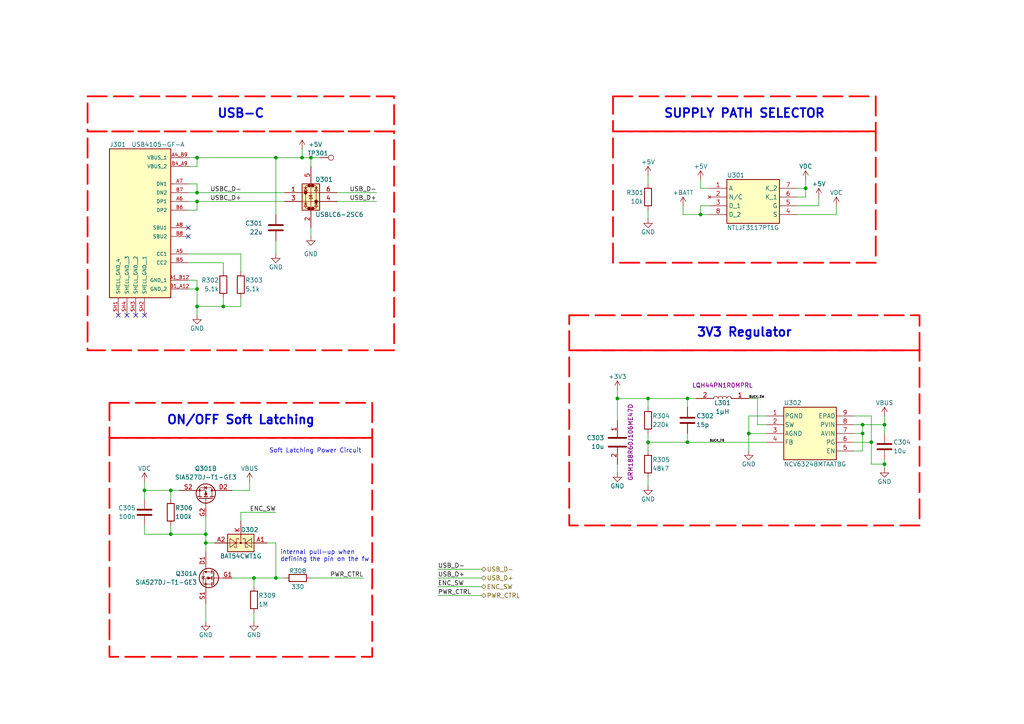
<source format=kicad_sch>
(kicad_sch (version 20231120) (generator "eeschema") (generator_version "8.0")
  (paper "A4")
  (title_block (title "Supply") (date "2024-04-09") (company "MQuero"))
  (lib_symbols
    (symbol "Connector:TestPoint" (pin_numbers hide) (pin_names (offset 0.762) hide)
      (property "Reference" "TP" (at 0 6.858 0))
      (property "Value" "TestPoint" (at 0 5.08 0))
      (symbol "TestPoint_0_1"
        (circle (center 0 3.302) (radius 0.762))
      )
      (symbol "TestPoint_1_1"
        (pin passive line (at 0 0 90) (length 2.54) (name "1") (number "1"))
      )
    )
    (symbol "Device:C" (pin_numbers hide) (pin_names (offset 0.254))
      (property "Reference" "C" (at 0.635 2.54 0))
      (property "Value" "C" (at 0.635 -2.54 0))
      (symbol "C_0_1"
        (polyline (pts (xy -2.032 -0.762) (xy 2.032 -0.762)) (stroke (width 0.508)))
        (polyline (pts (xy -2.032 0.762) (xy 2.032 0.762)) (stroke (width 0.508)))
      )
      (symbol "C_1_1"
        (pin passive line (at 0 3.81 270) (length 2.794) (name "~") (number "1"))
        (pin passive line (at 0 -3.81 90) (length 2.794) (name "~") (number "2"))
      )
    )
    (symbol "Device:R" (pin_numbers hide) (pin_names (offset 0))
      (property "Reference" "R" (at 2.032 0 90))
      (property "Value" "R" (at 0 0 90))
      (symbol "R_0_1"
        (rectangle (start -1.016 -2.54) (end 1.016 2.54) (stroke (width 0.254)))
      )
      (symbol "R_1_1"
        (pin passive line (at 0 3.81 270) (length 1.27) (name "~") (number "1"))
        (pin passive line (at 0 -3.81 90) (length 1.27) (name "~") (number "2"))
      )
    )
    (symbol "TFG:BAT54CWT1G"
      (property "Reference" "D" (at 0 1.27 0))
      (property "Value" "BAT54CWT1G" (at 3.81 -6.35 0))
      (symbol "BAT54CWT1G_0_1"
        (polyline (pts (xy 1.905 -2.54) (xy 5.715 -2.54)))
        (polyline (pts (xy 1.905 -1.27) (xy 1.905 -1.524)))
        (polyline (pts (xy 2.54 -3.81) (xy 3.175 -3.81)))
        (polyline (pts (xy 2.54 -2.54) (xy 0 -2.54)))
        (polyline (pts (xy 2.54 -1.27) (xy 1.905 -1.27)))
        (polyline (pts (xy 2.54 -1.27) (xy 2.54 -3.81)))
        (polyline (pts (xy 3.175 -3.81) (xy 3.175 -3.556)))
        (polyline (pts (xy 3.81 -2.54) (xy 3.81 -3.81)))
        (polyline (pts (xy 4.445 -3.81) (xy 4.445 -3.556)))
        (polyline (pts (xy 5.08 -3.81) (xy 4.445 -3.81)))
        (polyline (pts (xy 5.08 -1.27) (xy 5.08 -3.81)))
        (polyline (pts (xy 5.08 -1.27) (xy 5.715 -1.27)))
        (polyline (pts (xy 5.715 -1.27) (xy 5.715 -1.524)))
        (polyline (pts (xy 7.62 -2.54) (xy 5.08 -2.54)))
        (polyline (pts (xy 0.635 -3.81) (xy 0.635 -1.27) (xy 2.54 -2.54) (xy 0.635 -3.81)))
        (polyline (pts (xy 6.985 -3.81) (xy 6.985 -1.27) (xy 5.08 -2.54) (xy 6.985 -3.81)))
        (rectangle (start 0 0) (end 7.62 -5.08) (stroke (width 0.254)) (fill (type background)))
        (circle (center 3.81 -2.54) (radius 0.254) (fill (type outline)))
      )
      (symbol "BAT54CWT1G_1_1"
        (pin unspecified line (at -3.81 -2.54 0) (length 3.81) (name "~") (number "A1"))
        (pin unspecified line (at 11.43 -2.54 180) (length 3.81) (name "~") (number "A2"))
        (pin unspecified line (at 3.81 -8.89 90) (length 5.08) (name "~") (number "K"))
      )
    )
    (symbol "TFG:GRM188R60J106ME47D"
      (property "Reference" "C" (at 3.81 1.27 0))
      (property "Value" "10u" (at 3.81 -1.27 0))
      (property "Part Number" "GRM188R60J106ME47D" (at -3.81 0 90))
      (symbol "GRM188R60J106ME47D_0_1"
        (polyline (pts (xy -2.54 -1.27) (xy 2.54 -1.27)) (stroke (width 0.508)))
        (polyline (pts (xy -2.54 1.27) (xy 2.54 1.27)) (stroke (width 0.508)))
      )
      (symbol "GRM188R60J106ME47D_1_1"
        (pin unspecified line (at 0 6.35 270) (length 5.08) (name "~") (number "1"))
        (pin unspecified line (at 0 -6.35 90) (length 5.08) (name "~") (number "2"))
      )
    )
    (symbol "TFG:LQH44PN1R0MPRL" (pin_names (offset 0.254))
      (property "Reference" "L" (at 2.54 1.27 0))
      (property "Value" "1µH" (at 2.54 -1.27 0))
      (property "Part Number" "LQH44PN1R0MPRL" (at -3.81 0 90))
      (symbol "LQH44PN1R0MPRL_0_1"
        (arc (start 0 -2.54) (mid 0.6323 -1.905) (end 0 -1.27))
        (arc (start 0 -1.27) (mid 0.6323 -0.635) (end 0 0))
        (arc (start 0 0) (mid 0.6323 0.635) (end 0 1.27))
        (arc (start 0 1.27) (mid 0.6323 1.905) (end 0 2.54))
      )
      (symbol "LQH44PN1R0MPRL_1_1"
        (pin unspecified line (at 0 7.62 270) (length 5.08) (name "~") (number "1"))
        (pin unspecified line (at 0 -7.62 90) (length 5.08) (name "~") (number "2"))
      )
      (symbol "LQH44PN1R0MPRL_1_2"
        (arc (start -1.27 5.08) (mid -2.5345 3.81) (end -1.27 2.54) (stroke (width 0.2032)))
        (arc (start -1.27 7.62) (mid -2.5345 6.35) (end -1.27 5.08) (stroke (width 0.2032)))
        (arc (start -1.27 10.16) (mid -2.5345 8.89) (end -1.27 7.62) (stroke (width 0.2032)))
        (arc (start -1.27 12.7) (mid -2.5345 11.43) (end -1.27 10.16) (stroke (width 0.2032)))
        (polyline (pts (xy 0 2.54) (xy -1.27 2.54)) (stroke (width 0.2032)))
        (polyline (pts (xy 0 5.08) (xy -1.27 5.08)) (stroke (width 0.2032)))
        (polyline (pts (xy 0 7.62) (xy -1.27 7.62)) (stroke (width 0.2032)))
        (polyline (pts (xy 0 10.16) (xy -1.27 10.16)) (stroke (width 0.2032)))
        (polyline (pts (xy 0 12.7) (xy -1.27 12.7)) (stroke (width 0.2032)))
        (pin unspecified line (at 0 0 90) (length 2.54) (name "1") (number "1"))
        (pin unspecified line (at 0 15.24 270) (length 2.54) (name "2") (number "2"))
      )
    )
    (symbol "TFG:NCV6324BMTAATBG" (pin_names (offset 0.254))
      (property "Reference" "U" (at 0 1.27 0))
      (property "Value" "NCV6324BMTAATBG" (at 0 -16.51 0))
      (symbol "NCV6324BMTAATBG_0_1"
        (pin unspecified line (at -5.08 -2.54 0) (length 5.08) (name "PGND") (number "1"))
        (pin unspecified line (at -5.08 -5.08 0) (length 5.08) (name "SW") (number "2"))
        (pin unspecified line (at -5.08 -7.62 0) (length 5.08) (name "AGND") (number "3"))
        (pin unspecified line (at -5.08 -10.16 0) (length 5.08) (name "FB") (number "4"))
        (pin unspecified line (at 20.32 -12.7 180) (length 5.08) (name "EN") (number "5"))
        (pin unspecified line (at 20.32 -10.16 180) (length 5.08) (name "PG") (number "6"))
        (pin unspecified line (at 20.32 -7.62 180) (length 5.08) (name "AVIN") (number "7"))
        (pin unspecified line (at 20.32 -5.08 180) (length 5.08) (name "PVIN") (number "8"))
      )
      (symbol "NCV6324BMTAATBG_1_1"
        (rectangle (start 0 0) (end 15.24 -15.24) (stroke (width 0.254)) (fill (type background)))
        (pin unspecified line (at 20.32 -2.54 180) (length 5.08) (name "EPAD") (number "9"))
      )
    )
    (symbol "TFG:NTLJF3117PT1G"
      (property "Reference" "U" (at 0 1.27 0))
      (property "Value" "NTLJF3117PT1G" (at 0 -13.97 0))
      (symbol "NTLJF3117PT1G_1_1"
        (rectangle (start 0 0) (end 15.24 -12.7) (stroke (width 0.254)) (fill (type background)))
        (pin unspecified line (at -5.08 -2.54 0) (length 5.08) (name "A") (number "1"))
        (pin no_connect line (at -5.08 -5.08 0) (length 5.08) (name "N/C") (number "2"))
        (pin unspecified line (at -5.08 -7.62 0) (length 5.08) (name "D_1") (number "3"))
        (pin unspecified line (at 20.32 -10.16 180) (length 5.08) (name "S") (number "4"))
        (pin unspecified line (at 20.32 -7.62 180) (length 5.08) (name "G") (number "5"))
        (pin unspecified line (at 20.32 -5.08 180) (length 5.08) (name "K_1") (number "6"))
        (pin unspecified line (at 20.32 -2.54 180) (length 5.08) (name "K_2") (number "7"))
        (pin unspecified line (at -5.08 -10.16 0) (length 5.08) (name "D_2") (number "8"))
      )
    )
    (symbol "TFG:SIA527DJ-T1-GE3"
      (property "Reference" "Q" (at 3.81 1.27 0))
      (property "Value" "SIA527DJ-T1-GE3" (at 3.81 -1.27 0))
      (symbol "SIA527DJ-T1-GE3_1_1"
        (polyline (pts (xy -3.81 0) (xy -1.016 0)))
        (polyline (pts (xy -1.016 1.905) (xy -1.016 -1.905)) (stroke (width 0.254)))
        (polyline (pts (xy -0.508 -1.27) (xy -0.508 -2.286)) (stroke (width 0.254)))
        (polyline (pts (xy -0.508 0.508) (xy -0.508 -0.508)) (stroke (width 0.254)))
        (polyline (pts (xy -0.508 2.286) (xy -0.508 1.27)) (stroke (width 0.254)))
        (polyline (pts (xy 1.27 -2.54) (xy 1.27 0) (xy -0.508 0)))
        (polyline (pts (xy -0.508 -1.778) (xy 2.032 -1.778) (xy 2.032 1.778) (xy -0.508 1.778)))
        (polyline (pts (xy -0.254 0) (xy 0.762 0.381) (xy 0.762 -0.381) (xy -0.254 0)) (fill (type outline)))
        (polyline (pts (xy 1.524 0.508) (xy 1.651 0.381) (xy 2.413 0.381) (xy 2.54 0.254)))
        (polyline (pts (xy 2.032 0.381) (xy 1.651 -0.254) (xy 2.413 -0.254) (xy 2.032 0.381)))
        (circle (center 0.381 0) (radius 2.794) (stroke (width 0.254)))
        (circle (center 1.27 -1.778) (radius 0.254) (fill (type outline)))
        (circle (center 1.27 1.778) (radius 0.254) (fill (type outline)))
        (pin unspecified line (at 1.27 7.62 270) (length 5.08) (name "~") (number "D1"))
        (pin unspecified line (at -6.35 0 0) (length 2.54) (name "~") (number "G1"))
        (pin unspecified line (at 1.27 -7.62 90) (length 5.08) (name "~") (number "S1"))
      )
      (symbol "SIA527DJ-T1-GE3_2_1"
        (polyline (pts (xy -1.016 -1.905) (xy -1.016 1.905)) (stroke (width 0.254)))
        (polyline (pts (xy -1.016 0) (xy -3.81 0)))
        (polyline (pts (xy -0.508 -2.286) (xy -0.508 -1.27)) (stroke (width 0.254)))
        (polyline (pts (xy -0.508 -0.508) (xy -0.508 0.508)) (stroke (width 0.254)))
        (polyline (pts (xy -0.508 1.27) (xy -0.508 2.286)) (stroke (width 0.254)))
        (polyline (pts (xy 1.27 -2.54) (xy 1.27 -1.778)))
        (polyline (pts (xy 1.27 2.54) (xy 1.27 0) (xy -0.508 0)))
        (polyline (pts (xy -0.508 -1.778) (xy 2.032 -1.778) (xy 2.032 1.778) (xy -0.508 1.778)))
        (polyline (pts (xy 1.016 0) (xy 0 -0.381) (xy 0 0.381) (xy 1.016 0)) (fill (type outline)))
        (polyline (pts (xy 1.524 0.508) (xy 1.651 0.381) (xy 2.413 0.381) (xy 2.54 0.254)))
        (polyline (pts (xy 2.032 0.381) (xy 1.651 -0.254) (xy 2.413 -0.254) (xy 2.032 0.381)))
        (circle (center 0.381 0) (radius 2.794) (stroke (width 0.254)))
        (circle (center 1.27 -1.778) (radius 0.254) (fill (type outline)))
        (circle (center 1.27 1.778) (radius 0.254) (fill (type outline)))
        (pin unspecified line (at 1.27 -7.62 90) (length 5.08) (name "~") (number "D2"))
        (pin unspecified line (at -6.35 0 0) (length 2.54) (name "~") (number "G2"))
        (pin unspecified line (at 1.27 7.62 270) (length 5.08) (name "~") (number "S2"))
      )
    )
    (symbol "TFG:USB4105-GF-A" (pin_names (offset 1.016))
      (property "Reference" "J" (at 0 1.27 0))
      (property "Value" "USB4105-GF-A" (at 11.43 -44.45 0))
      (symbol "USB4105-GF-A_0_0"
        (rectangle (start 0 0) (end 17.78 -43.18) (stroke (width 0.254)) (fill (type background)))
        (pin unspecified line (at 22.86 -30.48 180) (length 5.08) (name "CC1") (number "A5"))
        (pin unspecified line (at 22.86 -15.24 180) (length 5.08) (name "DP1") (number "A6"))
        (pin unspecified line (at 22.86 -10.16 180) (length 5.08) (name "DN1") (number "A7"))
        (pin unspecified line (at 22.86 -22.86 180) (length 5.08) (name "SBU1") (number "A8"))
        (pin unspecified line (at 22.86 -33.02 180) (length 5.08) (name "CC2") (number "B5"))
        (pin unspecified line (at 22.86 -17.78 180) (length 5.08) (name "DP2") (number "B6"))
        (pin unspecified line (at 22.86 -12.7 180) (length 5.08) (name "DN2") (number "B7"))
        (pin unspecified line (at 22.86 -25.4 180) (length 5.08) (name "SBU2") (number "B8"))
        (pin unspecified line (at 10.16 -48.26 90) (length 5.08) (name "SHELL_GND__1") (number "SH2"))
        (pin unspecified line (at 7.62 -48.26 90) (length 5.08) (name "SHELL_GND__2") (number "SH3"))
        (pin unspecified line (at 5.08 -48.26 90) (length 5.08) (name "SHELL_GND__3") (number "SH4"))
      )
      (symbol "USB4105-GF-A_1_0"
        (pin unspecified line (at 22.86 -38.1 180) (length 5.08) (name "GND_1") (number "A1_B12"))
        (pin unspecified line (at 22.86 -2.54 180) (length 5.08) (name "VBUS_1") (number "A4_B9"))
        (pin unspecified line (at 22.86 -40.64 180) (length 5.08) (name "GND_2") (number "B1_A12"))
        (pin unspecified line (at 22.86 -5.08 180) (length 5.08) (name "VBUS_2") (number "B4_A9"))
        (pin unspecified line (at 2.54 -48.26 90) (length 5.08) (name "SHELL_GND_4") (number "SH1"))
      )
    )
    (symbol "TFG:USBLC6-2SC6"
      (property "Reference" "D" (at 3.81 1.27 0))
      (property "Value" "USBLC6-2SC6" (at 3.81 -8.89 0))
      (symbol "USBLC6-2SC6_0_0"
        (circle (center 1.016 -2.54) (radius 0.0001) (stroke (width 0.508)))
        (circle (center 2.032 -7.112) (radius 0.0001) (stroke (width 0.508)))
        (circle (center 2.032 -0.508) (radius 0.0001) (stroke (width 0.508)))
        (circle (center 3.048 -7.112) (radius 0.0001) (stroke (width 0.508)))
        (circle (center 3.048 -0.508) (radius 0.0001) (stroke (width 0.508)))
        (circle (center 4.064 -5.08) (radius 0.0001) (stroke (width 0.508)))
      )
      (symbol "USBLC6-2SC6_0_1"
        (polyline (pts (xy 0 -5.08) (xy 5.08 -5.08)))
        (polyline (pts (xy 0 -2.54) (xy 5.08 -2.54)))
        (polyline (pts (xy 0.508 -5.588) (xy 1.524 -5.588)))
        (polyline (pts (xy 1.524 -1.016) (xy 0.508 -1.016)))
        (polyline (pts (xy 3.556 -5.588) (xy 4.572 -5.588)))
        (polyline (pts (xy 3.556 -1.016) (xy 4.572 -1.016)))
        (polyline (pts (xy 2.032 -3.683) (xy 2.032 -3.302) (xy 3.048 -3.302)))
        (polyline (pts (xy 0.508 -2.032) (xy 1.524 -2.032) (xy 1.016 -1.016) (xy 0.508 -2.032)))
        (polyline (pts (xy 1.524 -6.604) (xy 0.508 -6.604) (xy 1.016 -5.588) (xy 1.524 -6.604)))
        (polyline (pts (xy 3.048 -4.318) (xy 2.032 -4.318) (xy 2.54 -3.302) (xy 3.048 -4.318)))
        (polyline (pts (xy 4.572 -6.604) (xy 3.556 -6.604) (xy 4.064 -5.588) (xy 4.572 -6.604)))
        (polyline (pts (xy 4.572 -2.032) (xy 3.556 -2.032) (xy 4.064 -1.016) (xy 4.572 -2.032)))
        (polyline (pts (xy 2.54 0) (xy 2.032 -0.508) (xy 3.048 -0.508) (xy 2.54 -1.016) (xy 2.54 -6.604) (xy 2.032 -7.112) (xy 3.048 -7.112) (xy 2.54 -7.62)))
      )
      (symbol "USBLC6-2SC6_1_1"
        (polyline (pts (xy 2.032 -0.508) (xy 1.016 -0.508) (xy 1.016 -7.112) (xy 2.032 -7.112)))
        (polyline (pts (xy 3.048 -7.112) (xy 4.064 -7.112) (xy 4.064 -0.508) (xy 3.048 -0.508)))
        (rectangle (start 0 0) (end 5.08 -7.62) (stroke (width 0.254)) (fill (type background)))
        (pin unspecified line (at -5.08 -2.54 0) (length 5.08) (name "~") (number "1"))
        (pin unspecified line (at 2.54 -12.7 90) (length 5.08) (name "~") (number "2"))
        (pin unspecified line (at -5.08 -5.08 0) (length 5.08) (name "~") (number "3"))
        (pin unspecified line (at 10.16 -5.08 180) (length 5.08) (name "~") (number "4"))
        (pin unspecified line (at 2.54 5.08 270) (length 5.08) (name "~") (number "5"))
        (pin unspecified line (at 10.16 -2.54 180) (length 5.08) (name "~") (number "6"))
      )
    )
    (symbol "power:+3V3" (power) (pin_numbers hide) (pin_names (offset 0) hide)
      (property "Value" "+3V3" (at 0 3.556 0))
      (symbol "+3V3_0_1"
        (polyline (pts (xy -0.762 1.27) (xy 0 2.54)))
        (polyline (pts (xy 0 0) (xy 0 2.54)))
        (polyline (pts (xy 0 2.54) (xy 0.762 1.27)))
      )
      (symbol "+3V3_1_1"
        (pin power_in line (at 0 0 90) (length 0) (name "~") (number "1"))
      )
    )
    (symbol "power:+5V" (power) (pin_numbers hide) (pin_names (offset 0) hide)
      (property "Value" "+5V" (at 0 3.556 0))
      (symbol "+5V_0_1"
        (polyline (pts (xy -0.762 1.27) (xy 0 2.54)))
        (polyline (pts (xy 0 0) (xy 0 2.54)))
        (polyline (pts (xy 0 2.54) (xy 0.762 1.27)))
      )
      (symbol "+5V_1_1"
        (pin power_in line (at 0 0 90) (length 0) (name "~") (number "1"))
      )
    )
    (symbol "power:+BATT" (power) (pin_numbers hide) (pin_names (offset 0) hide)
      (property "Value" "+BATT" (at 0 3.556 0))
      (symbol "+BATT_0_1"
        (polyline (pts (xy -0.762 1.27) (xy 0 2.54)))
        (polyline (pts (xy 0 0) (xy 0 2.54)))
        (polyline (pts (xy 0 2.54) (xy 0.762 1.27)))
      )
      (symbol "+BATT_1_1"
        (pin power_in line (at 0 0 90) (length 0) (name "~") (number "1"))
      )
    )
    (symbol "power:GND" (power) (pin_numbers hide) (pin_names (offset 0) hide)
      (property "Value" "GND" (at 0 -3.81 0))
      (symbol "GND_0_1"
        (polyline (pts (xy 0 0) (xy 0 -1.27) (xy 1.27 -1.27) (xy 0 -2.54) (xy -1.27 -1.27) (xy 0 -1.27)))
      )
      (symbol "GND_1_1"
        (pin power_in line (at 0 0 270) (length 0) (name "~") (number "1"))
      )
    )
    (symbol "power:VBUS" (power) (pin_numbers hide) (pin_names (offset 0) hide)
      (property "Value" "VBUS" (at 0 3.556 0))
      (symbol "VBUS_0_1"
        (polyline (pts (xy -0.762 1.27) (xy 0 2.54)))
        (polyline (pts (xy 0 0) (xy 0 2.54)))
        (polyline (pts (xy 0 2.54) (xy 0.762 1.27)))
      )
      (symbol "VBUS_1_1"
        (pin power_in line (at 0 0 90) (length 0) (name "~") (number "1"))
      )
    )
    (symbol "power:VDC" (power) (pin_numbers hide) (pin_names (offset 0) hide)
      (property "Value" "VDC" (at 0 3.556 0))
      (symbol "VDC_0_1"
        (polyline (pts (xy -0.762 1.27) (xy 0 2.54)))
        (polyline (pts (xy 0 0) (xy 0 2.54)))
        (polyline (pts (xy 0 2.54) (xy 0.762 1.27)))
      )
      (symbol "VDC_1_1"
        (pin power_in line (at 0 0 90) (length 0) (name "~") (number "1"))
      )
    )
  )
  (junction (at 199.39 128.27))
  (junction (at 59.69 157.48))
  (junction (at 59.69 154.94))
  (junction (at 41.91 142.24))
  (junction (at 187.96 115.57))
  (junction (at 64.77 88.9))
  (junction (at 80.01 45.72))
  (junction (at 80.01 167.64))
  (junction (at 199.39 115.57))
  (junction (at 57.15 55.88))
  (junction (at 73.66 167.64))
  (junction (at 250.19 123.19))
  (junction (at 49.53 142.24))
  (junction (at 217.17 125.73))
  (junction (at 256.54 134.62))
  (junction (at 250.19 125.73))
  (junction (at 187.96 128.27))
  (junction (at 87.63 45.72))
  (junction (at 179.07 115.57))
  (junction (at 252.73 128.27))
  (junction (at 203.2 62.23))
  (junction (at 57.15 58.42))
  (junction (at 90.17 45.72))
  (junction (at 57.15 83.82))
  (junction (at 233.68 54.61))
  (junction (at 256.54 123.19))
  (junction (at 57.15 45.72))
  (junction (at 49.53 154.94))
  (junction (at 57.15 88.9))
  (no_connect (at 54.61 68.58))
  (no_connect (at 41.91 91.44))
  (no_connect (at 39.37 91.44))
  (no_connect (at 54.61 66.04))
  (no_connect (at 36.83 91.44))
  (no_connect (at 34.29 91.44))
  (wire (pts (xy 203.2 62.23) (xy 198.12 62.23)))
  (wire (pts (xy 187.96 50.8) (xy 187.96 53.34)))
  (wire (pts (xy 67.31 167.64) (xy 73.66 167.64)))
  (wire (pts (xy 219.71 115.57) (xy 217.17 115.57)))
  (wire (pts (xy 222.25 125.73) (xy 217.17 125.73)))
  (wire (pts (xy 247.65 120.65) (xy 252.73 120.65)))
  (wire (pts (xy 187.96 128.27) (xy 199.39 128.27)))
  (wire (pts (xy 90.17 45.72) (xy 92.71 45.72)))
  (wire (pts (xy 57.15 60.96) (xy 57.15 58.42)))
  (wire (pts (xy 59.69 175.26) (xy 59.69 180.34)))
  (wire (pts (xy 247.65 123.19) (xy 250.19 123.19)))
  (wire (pts (xy 41.91 144.78) (xy 41.91 142.24)))
  (wire (pts (xy 49.53 154.94) (xy 59.69 154.94)))
  (wire (pts (xy 54.61 73.66) (xy 69.85 73.66)))
  (wire (pts (xy 201.93 115.57) (xy 199.39 115.57)))
  (wire (pts (xy 72.39 139.7) (xy 72.39 142.24)))
  (wire (pts (xy 57.15 48.26) (xy 57.15 45.72)))
  (wire (pts (xy 80.01 157.48) (xy 80.01 167.64)))
  (wire (pts (xy 250.19 125.73) (xy 250.19 123.19)))
  (wire (pts (xy 205.74 62.23) (xy 203.2 62.23)))
  (wire (pts (xy 41.91 142.24) (xy 49.53 142.24)))
  (wire (pts (xy 77.47 157.48) (xy 80.01 157.48)))
  (wire (pts (xy 73.66 177.8) (xy 73.66 180.34)))
  (wire (pts (xy 217.17 125.73) (xy 217.17 130.81)))
  (wire (pts (xy 231.14 54.61) (xy 233.68 54.61)))
  (wire (pts (xy 64.77 88.9) (xy 64.77 86.36)))
  (wire (pts (xy 250.19 130.81) (xy 250.19 125.73)))
  (wire (pts (xy 127 170.18) (xy 139.7 170.18)))
  (wire (pts (xy 231.14 59.69) (xy 237.49 59.69)))
  (wire (pts (xy 247.65 125.73) (xy 250.19 125.73)))
  (wire (pts (xy 187.96 138.43) (xy 187.96 140.97)))
  (wire (pts (xy 49.53 142.24) (xy 49.53 144.78)))
  (wire (pts (xy 57.15 88.9) (xy 64.77 88.9)))
  (wire (pts (xy 52.07 142.24) (xy 49.53 142.24)))
  (wire (pts (xy 64.77 76.2) (xy 64.77 78.74)))
  (wire (pts (xy 69.85 148.59) (xy 80.01 148.59)))
  (wire (pts (xy 256.54 123.19) (xy 256.54 120.65)))
  (wire (pts (xy 67.31 142.24) (xy 72.39 142.24)))
  (wire (pts (xy 203.2 59.69) (xy 205.74 59.69)))
  (wire (pts (xy 80.01 73.66) (xy 80.01 69.85)))
  (wire (pts (xy 54.61 60.96) (xy 57.15 60.96)))
  (wire (pts (xy 199.39 115.57) (xy 199.39 118.11)))
  (wire (pts (xy 187.96 60.96) (xy 187.96 63.5)))
  (wire (pts (xy 82.55 167.64) (xy 80.01 167.64)))
  (wire (pts (xy 203.2 54.61) (xy 205.74 54.61)))
  (wire (pts (xy 73.66 167.64) (xy 80.01 167.64)))
  (wire (pts (xy 247.65 128.27) (xy 252.73 128.27)))
  (wire (pts (xy 219.71 123.19) (xy 219.71 115.57)))
  (wire (pts (xy 203.2 52.07) (xy 203.2 54.61)))
  (wire (pts (xy 59.69 157.48) (xy 62.23 157.48)))
  (wire (pts (xy 179.07 113.03) (xy 179.07 115.57)))
  (wire (pts (xy 87.63 45.72) (xy 87.63 43.18)))
  (wire (pts (xy 64.77 88.9) (xy 69.85 88.9)))
  (wire (pts (xy 252.73 128.27) (xy 252.73 134.62)))
  (wire (pts (xy 69.85 73.66) (xy 69.85 78.74)))
  (wire (pts (xy 222.25 120.65) (xy 217.17 120.65)))
  (wire (pts (xy 256.54 133.35) (xy 256.54 134.62)))
  (wire (pts (xy 90.17 167.64) (xy 105.41 167.64)))
  (wire (pts (xy 57.15 91.44) (xy 57.15 88.9)))
  (wire (pts (xy 54.61 58.42) (xy 57.15 58.42)))
  (wire (pts (xy 57.15 53.34) (xy 57.15 55.88)))
  (wire (pts (xy 49.53 154.94) (xy 49.53 152.4)))
  (wire (pts (xy 57.15 45.72) (xy 80.01 45.72)))
  (wire (pts (xy 256.54 123.19) (xy 250.19 123.19)))
  (wire (pts (xy 198.12 62.23) (xy 198.12 59.69)))
  (wire (pts (xy 54.61 83.82) (xy 57.15 83.82)))
  (wire (pts (xy 199.39 128.27) (xy 222.25 128.27)))
  (wire (pts (xy 59.69 154.94) (xy 59.69 157.48)))
  (wire (pts (xy 54.61 45.72) (xy 57.15 45.72)))
  (wire (pts (xy 73.66 167.64) (xy 73.66 170.18)))
  (wire (pts (xy 127 167.64) (xy 139.7 167.64)))
  (wire (pts (xy 252.73 120.65) (xy 252.73 128.27)))
  (wire (pts (xy 233.68 54.61) (xy 233.68 57.15)))
  (wire (pts (xy 54.61 48.26) (xy 57.15 48.26)))
  (wire (pts (xy 90.17 45.72) (xy 90.17 48.26)))
  (wire (pts (xy 222.25 123.19) (xy 219.71 123.19)))
  (wire (pts (xy 187.96 125.73) (xy 187.96 128.27)))
  (wire (pts (xy 179.07 121.92) (xy 179.07 115.57)))
  (wire (pts (xy 187.96 115.57) (xy 187.96 118.11)))
  (wire (pts (xy 41.91 152.4) (xy 41.91 154.94)))
  (wire (pts (xy 57.15 83.82) (xy 57.15 88.9)))
  (wire (pts (xy 199.39 125.73) (xy 199.39 128.27)))
  (wire (pts (xy 127 165.1) (xy 139.7 165.1)))
  (wire (pts (xy 54.61 81.28) (xy 57.15 81.28)))
  (wire (pts (xy 57.15 81.28) (xy 57.15 83.82)))
  (wire (pts (xy 242.57 62.23) (xy 242.57 59.69)))
  (wire (pts (xy 54.61 53.34) (xy 57.15 53.34)))
  (wire (pts (xy 217.17 120.65) (xy 217.17 125.73)))
  (wire (pts (xy 231.14 57.15) (xy 233.68 57.15)))
  (wire (pts (xy 80.01 45.72) (xy 80.01 62.23)))
  (wire (pts (xy 90.17 66.04) (xy 90.17 68.58)))
  (wire (pts (xy 237.49 59.69) (xy 237.49 57.15)))
  (wire (pts (xy 231.14 62.23) (xy 242.57 62.23)))
  (wire (pts (xy 127 172.72) (xy 139.7 172.72)))
  (wire (pts (xy 87.63 45.72) (xy 90.17 45.72)))
  (wire (pts (xy 69.85 88.9) (xy 69.85 86.36)))
  (wire (pts (xy 57.15 58.42) (xy 82.55 58.42)))
  (wire (pts (xy 187.96 128.27) (xy 187.96 130.81)))
  (wire (pts (xy 80.01 45.72) (xy 87.63 45.72)))
  (wire (pts (xy 179.07 115.57) (xy 187.96 115.57)))
  (wire (pts (xy 57.15 55.88) (xy 82.55 55.88)))
  (wire (pts (xy 59.69 157.48) (xy 59.69 160.02)))
  (wire (pts (xy 233.68 52.07) (xy 233.68 54.61)))
  (wire (pts (xy 247.65 130.81) (xy 250.19 130.81)))
  (wire (pts (xy 179.07 134.62) (xy 179.07 137.16)))
  (wire (pts (xy 252.73 134.62) (xy 256.54 134.62)))
  (wire (pts (xy 41.91 142.24) (xy 41.91 139.7)))
  (wire (pts (xy 54.61 76.2) (xy 64.77 76.2)))
  (wire (pts (xy 59.69 149.86) (xy 59.69 154.94)))
  (wire (pts (xy 256.54 134.62) (xy 256.54 135.89)))
  (wire (pts (xy 97.79 55.88) (xy 109.22 55.88)))
  (wire (pts (xy 97.79 58.42) (xy 109.22 58.42)))
  (wire (pts (xy 41.91 154.94) (xy 49.53 154.94)))
  (wire (pts (xy 54.61 55.88) (xy 57.15 55.88)))
  (wire (pts (xy 69.85 151.13) (xy 69.85 148.59)))
  (wire (pts (xy 256.54 123.19) (xy 256.54 125.73)))
  (wire (pts (xy 187.96 115.57) (xy 199.39 115.57)))
  (wire (pts (xy 203.2 62.23) (xy 203.2 59.69)))
  (rectangle (start 165.1 101.6) (end 266.7 152.4) (stroke (width 0.508) (type dash) (color 255 0 0 1)))
  (rectangle (start 25.4 27.94) (end 114.3 38.1) (stroke (width 0.508) (type dash) (color 255 0 0 1)))
  (rectangle (start 177.8 27.94) (end 254 38.1) (stroke (width 0.508) (type dash) (color 255 0 0 1)))
  (rectangle (start 31.75 127) (end 107.95 190.5) (stroke (width 0.508) (type dash) (color 255 0 0 1)))
  (rectangle (start 177.8 38.1) (end 254 76.2) (stroke (width 0.508) (type dash) (color 255 0 0 1)))
  (rectangle (start 31.75 116.84) (end 107.95 127) (stroke (width 0.508) (type dash) (color 255 0 0 1)))
  (rectangle (start 165.1 91.44) (end 266.7 101.6) (stroke (width 0.508) (type dash) (color 255 0 0 1)))
  (rectangle (start 25.4 38.1) (end 114.3 101.6) (stroke (width 0.508) (type dash) (color 255 0 0 1)))
  (text "internal pull-up when \ndefining the pin on the fw" (at 81.28 161.29 0) (effects (font (size 1.27 1.27)) (justify left)))
  (text "SUPPLY PATH SELECTOR" (at 215.9 33.02 0) (effects (font (size 2.54 2.54) (thickness 0.508) (bold yes))))
  (text "USB-C" (at 69.85 33.02 0) (effects (font (size 2.54 2.54) (thickness 0.508) (bold yes))))
  (text "Soft Latching Power Circuit" (at 91.44 130.81 0) (effects (font (size 1.27 1.27))))
  (text "3V3 Regulator" (at 215.9 96.52 0) (effects (font (size 2.54 2.54) (thickness 0.508) (bold yes))))
  (text "ON/OFF Soft Latching" (at 69.85 121.92 0) (effects (font (size 2.54 2.54) (thickness 0.508) (bold yes))))
  (label "BUCK_SW" (at 217.17 115.57 0) (effects (font (size 0.635 0.635))))
  (label "USBC_D-" (at 60.96 55.88 0))
  (label "PWR_CTRL" (at 105.41 167.64 180))
  (label "PWR_CTRL" (at 127 172.72 0))
  (label "USB_D+" (at 127 167.64 0))
  (label "USB_D-" (at 109.22 55.88 180))
  (label "USB_D-" (at 127 165.1 0))
  (label "BUCK_FB" (at 205.74 128.27 0) (effects (font (size 0.635 0.635))))
  (label "USB_D+" (at 109.22 58.42 180))
  (label "USBC_D+" (at 60.96 58.42 0))
  (label "ENC_SW" (at 80.01 148.59 180))
  (label "ENC_SW" (at 127 170.18 0))
  (hierarchical_label "USB_D-" (shape bidirectional) (at 139.7 165.1 0))
  (hierarchical_label "PWR_CTRL" (shape bidirectional) (at 139.7 172.72 0))
  (hierarchical_label "ENC_SW" (shape bidirectional) (at 139.7 170.18 0))
  (hierarchical_label "USB_D+" (shape bidirectional) (at 139.7 167.64 0))
  (symbol (lib_id "Device:C") (at 80.01 66.04 0) (mirror y) (unit 1)
    (property "Reference" "C301" (at 76.2 64.77 0) (effects (justify left)))
    (property "Value" "22u" (at 76.2 67.3099 0) (effects (justify left)))
    (property "Footprint" "Capacitor_SMD:C_0603_1608Metric" (effects (hide yes)))
    (property "Description" "Unpolarized capacitor" (effects (hide yes)))
  )
  (symbol (lib_id "power:+5V") (at 203.2 52.07 0) (unit 1)
    (property "Reference" "#PWR0303" (effects (hide yes)))
    (property "Value" "+5V" (at 203.2 48.26 0))
    (property "Description" "Power symbol creates a global label with name \"+5V\"" (effects (hide yes)))
  )
  (symbol (lib_id "TFG:NTLJF3117PT1G") (at 210.82 52.07 0) (unit 1)
    (property "Reference" "U301" (at 210.82 50.8 0) (effects (justify left)))
    (property "Value" "NTLJF3117PT1G" (at 210.82 66.04 0) (effects (justify left)))
    (property "Footprint" "TFG:NTLJF3117PT1G" (effects (hide yes)))
    (property "Datasheet" "http://www.onsemi.com/pub/Collateral/NTLJF3117P-D.PDF" (effects (hide yes)))
    (property "Description" "MOSFET P-CH 20V 2.3A 6WDFN" (effects (hide yes)))
    (property "MQ PN" "TFGQ001" (effects (hide yes)))
  )
  (symbol (lib_id "Device:R") (at 69.85 82.55 0) (unit 1)
    (property "Reference" "R303" (at 71.12 81.28 0) (effects (justify left)))
    (property "Value" "5.1k" (at 71.12 83.82 0) (effects (justify left)))
    (property "Footprint" "Resistor_SMD:R_0402_1005Metric" (effects (hide yes)))
    (property "Description" "Resistor" (effects (hide yes)))
  )
  (symbol (lib_id "power:+BATT") (at 198.12 59.69 0) (unit 1)
    (property "Reference" "#PWR0306" (effects (hide yes)))
    (property "Value" "+BATT" (at 198.12 55.88 0))
    (property "Description" "Power symbol creates a global label with name \"+BATT\"" (effects (hide yes)))
  )
  (symbol (lib_id "TFG:LQH44PN1R0MPRL") (at 209.55 115.57 270) (mirror x) (unit 1)
    (property "Reference" "L301" (at 209.55 116.84 90))
    (property "Value" "1µH" (at 209.55 119.38 90))
    (property "Footprint" "TFG:LQH44PN1R0MPRL" (effects (hide yes)))
    (property "Datasheet" "https://search.murata.co.jp/Ceramy/image/img/P02/JELF243A-0190.pdf" (effects (hide yes)))
    (property "Description" "FIXED IND 1.0UH 4300MA NONAUTO" (effects (hide yes)))
    (property "Part Number" "LQH44PN1R0MPRL" (at 209.55 111.76 90))
    (property "MQ PN" "TFGL001" (effects (hide yes)))
  )
  (symbol (lib_id "power:GND") (at 187.96 140.97 0) (unit 1)
    (property "Reference" "#PWR0320" (effects (hide yes)))
    (property "Value" "GND" (at 187.96 144.78 0))
    (property "Description" "Power symbol creates a global label with name \"GND\" , ground" (effects (hide yes)))
  )
  (symbol (lib_id "Device:C") (at 41.91 148.59 0) (unit 1)
    (property "Reference" "C305" (at 39.37 147.32 0) (effects (justify right)))
    (property "Value" "100n" (at 39.37 149.8599 0) (effects (justify right)))
    (property "Footprint" "Capacitor_SMD:C_0402_1005Metric" (effects (hide yes)))
    (property "Description" "Unpolarized capacitor" (effects (hide yes)))
  )
  (symbol (lib_id "TFG:BAT54CWT1G") (at 73.66 160.02 180) (unit 1)
    (property "Reference" "D302" (at 69.85 153.67 0) (effects (justify right)))
    (property "Value" "BAT54CWT1G" (at 69.85 161.29 0))
    (property "Footprint" "TFG:BAT54CWT1G" (effects (hide yes)))
    (property "Datasheet" "https://www.onsemi.com/pdf/datasheet/bat54cwt1-d.pdf" (effects (hide yes)))
    (property "Description" "DIODE ARR SCHOT 30V 200MA SC70-3" (effects (hide yes)))
    (property "MQ PN" "TFGD005" (effects (hide yes)))
  )
  (symbol (lib_id "Device:R") (at 187.96 57.15 0) (mirror y) (unit 1)
    (property "Reference" "R301" (at 181.61 55.88 0) (effects (justify right)))
    (property "Value" "10k" (at 182.88 58.42 0) (effects (justify right)))
    (property "Footprint" "Resistor_SMD:R_0402_1005Metric" (effects (hide yes)))
    (property "Description" "Resistor" (effects (hide yes)))
  )
  (symbol (lib_id "power:+5V") (at 237.49 57.15 0) (unit 1)
    (property "Reference" "#PWR0305" (effects (hide yes)))
    (property "Value" "+5V" (at 237.49 53.34 0))
    (property "Description" "Power symbol creates a global label with name \"+5V\"" (effects (hide yes)))
  )
  (symbol (lib_id "Device:R") (at 86.36 167.64 90) (unit 1)
    (property "Reference" "R308" (at 86.36 165.608 90))
    (property "Value" "330" (at 86.36 170.18 90))
    (property "Footprint" "Resistor_SMD:R_0402_1005Metric" (effects (hide yes)))
    (property "Description" "Resistor" (effects (hide yes)))
  )
  (symbol (lib_id "Device:R") (at 49.53 148.59 180) (unit 1)
    (property "Reference" "R306" (at 50.8 147.32 0) (effects (justify right)))
    (property "Value" "100k" (at 50.8 149.86 0) (effects (justify right)))
    (property "Footprint" "Resistor_SMD:R_0402_1005Metric" (effects (hide yes)))
    (property "Description" "Resistor" (effects (hide yes)))
  )
  (symbol (lib_id "power:VBUS") (at 72.39 139.7 0) (unit 1)
    (property "Reference" "#PWR0319" (effects (hide yes)))
    (property "Value" "VBUS" (at 72.39 135.89 0))
    (property "Description" "Power symbol creates a global label with name \"VBUS\"" (effects (hide yes)))
  )
  (symbol (lib_id "Connector:TestPoint") (at 92.71 45.72 270) (mirror x) (unit 1)
    (property "Reference" "TP301" (at 95.25 44.45 90) (effects (justify right)))
    (property "Value" "TestPoint" (effects (hide yes)))
    (property "Footprint" "TestPoint:TestPoint_Pad_D1.0mm" (effects (hide yes)))
    (property "Description" "test point" (effects (hide yes)))
  )
  (symbol (lib_id "TFG:USB4105-GF-A") (at 31.75 43.18 0) (unit 1)
    (property "Reference" "J301" (at 31.75 41.91 0) (effects (justify left)))
    (property "Value" "USB4105-GF-A" (at 38.1 41.91 0) (effects (justify left)))
    (property "Footprint" "TFG:USB4105-GF-A" (effects (hide yes)))
    (property "Datasheet" "https://mm.digikey.com/Volume0/opasdata/d220001/medias/docus/5492/USB4105.pdf" (effects (hide yes)))
    (property "Description" "CONN RCP USB2.0 TYP C 24P SMD RA" (effects (hide yes)))
    (property "MQ PN" "TFGJ004" (effects (hide yes)))
  )
  (symbol (lib_id "power:VDC") (at 41.91 139.7 0) (unit 1)
    (property "Reference" "#PWR0318" (effects (hide yes)))
    (property "Value" "VDC" (at 41.91 135.89 0))
    (property "Description" "Power symbol creates a global label with name \"VDC\"" (effects (hide yes)))
  )
  (symbol (lib_id "TFG:NCV6324BMTAATBG") (at 227.33 118.11 0) (unit 1)
    (property "Reference" "U302" (at 227.33 116.84 0) (effects (justify left)))
    (property "Value" "NCV6324BMTAATBG" (at 227.33 134.62 0) (effects (justify left)))
    (property "Footprint" "TFG:NCV6324BMTAATBG" (effects (hide yes)))
    (property "Datasheet" "https://www.onsemi.com/pdf/datasheet/ncp6324-d.pdf" (effects (hide yes)))
    (property "Description" "IC REG BUCK ADJ 2A 8WDFN" (effects (hide yes)))
    (property "MQ PN" "TFGIC002" (effects (hide yes)))
  )
  (symbol (lib_id "power:GND") (at 217.17 130.81 0) (unit 1)
    (property "Reference" "#PWR0315" (effects (hide yes)))
    (property "Value" "GND" (at 217.17 134.62 0))
    (property "Description" "Power symbol creates a global label with name \"GND\" , ground" (effects (hide yes)))
  )
  (symbol (lib_id "Device:R") (at 73.66 173.99 0) (unit 1)
    (property "Reference" "R309" (at 74.93 172.72 0) (effects (justify left)))
    (property "Value" "1M" (at 74.93 175.26 0) (effects (justify left)))
    (property "Footprint" "Resistor_SMD:R_0402_1005Metric" (effects (hide yes)))
    (property "Description" "Resistor" (effects (hide yes)))
  )
  (symbol (lib_id "Device:R") (at 64.77 82.55 0) (mirror y) (unit 1)
    (property "Reference" "R302" (at 60.96 81.28 0))
    (property "Value" "5.1k" (at 63.5 83.82 0) (effects (justify left)))
    (property "Footprint" "Resistor_SMD:R_0402_1005Metric" (effects (hide yes)))
    (property "Description" "Resistor" (effects (hide yes)))
  )
  (symbol (lib_id "TFG:SIA527DJ-T1-GE3") (at 59.69 143.51 90) (unit 2)
    (property "Reference" "Q301" (at 59.69 135.89 90))
    (property "Value" "SIA527DJ-T1-GE3" (at 59.69 138.43 90))
    (property "Footprint" "TFG:SIA527DJ-T1-GE3" (effects (hide yes)))
    (property "Datasheet" "https://www.vishay.com/docs/64162/sia527dj.pdf" (effects (hide yes)))
    (property "Description" "MOSFET N/P-CH 12V 4.5A SC70-6" (effects (hide yes)))
    (property "MQ PN" "TFGQ003" (effects (hide yes)))
  )
  (symbol (lib_id "Device:R") (at 187.96 134.62 0) (unit 1)
    (property "Reference" "R305" (at 191.77 133.35 0))
    (property "Value" "48k7" (at 189.23 135.89 0) (effects (justify left)))
    (property "Footprint" "Resistor_SMD:R_0402_1005Metric" (effects (hide yes)))
    (property "Description" "Resistor" (effects (hide yes)))
  )
  (symbol (lib_id "TFG:SIA527DJ-T1-GE3") (at 60.96 167.64 0) (mirror y) (unit 1)
    (property "Reference" "Q301" (at 57.15 166.37 0) (effects (justify left)))
    (property "Value" "SIA527DJ-T1-GE3" (at 57.15 168.91 0) (effects (justify left)))
    (property "Footprint" "TFG:SIA527DJ-T1-GE3" (effects (hide yes)))
    (property "Datasheet" "https://www.vishay.com/docs/64162/sia527dj.pdf" (effects (hide yes)))
    (property "Description" "MOSFET N/P-CH 12V 4.5A SC70-6" (effects (hide yes)))
    (property "MQ PN" "TFGQ003" (effects (hide yes)))
  )
  (symbol (lib_id "power:GND") (at 90.17 68.58 0) (unit 1)
    (property "Reference" "#PWR011" (effects (hide yes)))
    (property "Value" "GND" (at 90.17 73.66 0))
    (property "Description" "Power symbol creates a global label with name \"GND\" , ground" (effects (hide yes)))
  )
  (symbol (lib_id "power:GND") (at 256.54 135.89 0) (unit 1)
    (property "Reference" "#PWR0316" (effects (hide yes)))
    (property "Value" "GND" (at 256.54 139.7 0))
    (property "Description" "Power symbol creates a global label with name \"GND\" , ground" (effects (hide yes)))
  )
  (symbol (lib_id "TFG:GRM188R60J106ME47D") (at 179.07 128.27 0) (mirror y) (unit 1)
    (property "Reference" "C303" (at 175.26 127 0) (effects (justify left)))
    (property "Value" "10u" (at 175.26 129.54 0) (effects (justify left)))
    (property "Footprint" "Capacitor_SMD:C_0402_1005Metric" (effects (hide yes)))
    (property "Datasheet" "https://search.murata.co.jp/Ceramy/image/img/A01X/G101/ENG/GRM188R60J106ME47-01.pdf" (effects (hide yes)))
    (property "Description" "CAP CER 10UF 6.3V X5R 0603" (effects (hide yes)))
    (property "Part Number" "GRM188R60J106ME47D" (at 182.88 128.27 90))
    (property "MQ PN" "TFGC001" (effects (hide yes)))
  )
  (symbol (lib_id "power:VBUS") (at 256.54 120.65 0) (unit 1)
    (property "Reference" "#PWR0314" (effects (hide yes)))
    (property "Value" "VBUS" (at 256.54 116.84 0))
    (property "Description" "Power symbol creates a global label with name \"VBUS\"" (effects (hide yes)))
  )
  (symbol (lib_id "power:+3V3") (at 179.07 113.03 0) (unit 1)
    (property "Reference" "#PWR0313" (effects (hide yes)))
    (property "Value" "+3V3" (at 179.07 109.22 0))
    (property "Description" "Power symbol creates a global label with name \"+3V3\"" (effects (hide yes)))
  )
  (symbol (lib_id "power:GND") (at 80.01 73.66 0) (unit 1)
    (property "Reference" "#PWR0309" (effects (hide yes)))
    (property "Value" "GND" (at 80.01 77.47 0))
    (property "Description" "Power symbol creates a global label with name \"GND\" , ground" (effects (hide yes)))
  )
  (symbol (lib_id "power:+5V") (at 87.63 43.18 0) (unit 1)
    (property "Reference" "#PWR0301" (effects (hide yes)))
    (property "Value" "+5V" (at 91.44 41.91 0))
    (property "Description" "Power symbol creates a global label with name \"+5V\"" (effects (hide yes)))
  )
  (symbol (lib_id "Device:C") (at 199.39 121.92 0) (unit 1)
    (property "Reference" "C302" (at 201.93 120.65 0) (effects (justify left)))
    (property "Value" "15p" (at 201.93 123.19 0) (effects (justify left)))
    (property "Footprint" "Capacitor_SMD:C_0402_1005Metric" (effects (hide yes)))
    (property "Description" "Unpolarized capacitor" (effects (hide yes)))
  )
  (symbol (lib_id "TFG:USBLC6-2SC6") (at 87.63 53.34 0) (unit 1)
    (property "Reference" "D301" (at 91.44 52.07 0) (effects (justify left)))
    (property "Value" "USBLC6-2SC6" (at 91.44 62.23 0) (effects (justify left)))
    (property "Footprint" "TFG:USBLC6-2SC6" (effects (hide yes)))
    (property "Datasheet" "https://www.st.com/content/ccc/resource/technical/document/datasheet/06/1d/48/9c/6c/20/4a/b2/CD00050750.pdf/files/CD00050750.pdf/jcr:content/translations/en.CD00050750.pdf" (effects (hide yes)))
    (property "Description" "TVS DIODE 5.25VWM 17VC SOT23-6" (effects (hide yes)))
    (property "MQ PN" "TFGD006" (effects (hide yes)))
  )
  (symbol (lib_id "Device:R") (at 187.96 121.92 0) (unit 1)
    (property "Reference" "R304" (at 191.77 120.65 0))
    (property "Value" "220k" (at 189.23 123.19 0) (effects (justify left)))
    (property "Footprint" "Resistor_SMD:R_0402_1005Metric" (effects (hide yes)))
    (property "Description" "Resistor" (effects (hide yes)))
  )
  (symbol (lib_id "power:GND") (at 187.96 63.5 0) (unit 1)
    (property "Reference" "#PWR0308" (effects (hide yes)))
    (property "Value" "GND" (at 187.96 67.31 0))
    (property "Description" "Power symbol creates a global label with name \"GND\" , ground" (effects (hide yes)))
  )
  (symbol (lib_id "power:GND") (at 57.15 91.44 0) (unit 1)
    (property "Reference" "#PWR0311" (effects (hide yes)))
    (property "Value" "GND" (at 57.15 95.25 0))
    (property "Description" "Power symbol creates a global label with name \"GND\" , ground" (effects (hide yes)))
  )
  (symbol (lib_id "power:+5V") (at 187.96 50.8 0) (unit 1)
    (property "Reference" "#PWR0302" (effects (hide yes)))
    (property "Value" "+5V" (at 187.96 46.99 0))
    (property "Description" "Power symbol creates a global label with name \"+5V\"" (effects (hide yes)))
  )
  (symbol (lib_id "power:GND") (at 179.07 137.16 0) (unit 1)
    (property "Reference" "#PWR0317" (effects (hide yes)))
    (property "Value" "GND" (at 179.07 140.97 0))
    (property "Description" "Power symbol creates a global label with name \"GND\" , ground" (effects (hide yes)))
  )
  (symbol (lib_id "power:VDC") (at 233.68 52.07 0) (unit 1)
    (property "Reference" "#PWR0304" (effects (hide yes)))
    (property "Value" "VDC" (at 233.68 48.26 0))
    (property "Description" "Power symbol creates a global label with name \"VDC\"" (effects (hide yes)))
  )
  (symbol (lib_id "Device:C") (at 256.54 129.54 0) (unit 1)
    (property "Reference" "C304" (at 259.08 128.27 0) (effects (justify left)))
    (property "Value" "10u" (at 259.08 130.81 0) (effects (justify left)))
    (property "Footprint" "Capacitor_SMD:C_0402_1005Metric" (effects (hide yes)))
    (property "Description" "Unpolarized capacitor" (effects (hide yes)))
  )
  (symbol (lib_id "power:GND") (at 59.69 180.34 0) (unit 1)
    (property "Reference" "#PWR0322" (effects (hide yes)))
    (property "Value" "GND" (at 59.69 184.15 0))
    (property "Description" "Power symbol creates a global label with name \"GND\" , ground" (effects (hide yes)))
  )
  (symbol (lib_id "power:GND") (at 73.66 180.34 0) (unit 1)
    (property "Reference" "#PWR0323" (effects (hide yes)))
    (property "Value" "GND" (at 73.66 184.15 0))
    (property "Description" "Power symbol creates a global label with name \"GND\" , ground" (effects (hide yes)))
  )
  (symbol (lib_id "power:VDC") (at 242.57 59.69 0) (unit 1)
    (property "Reference" "#PWR0307" (effects (hide yes)))
    (property "Value" "VDC" (at 242.57 55.88 0))
    (property "Description" "Power symbol creates a global label with name \"VDC\"" (effects (hide yes)))
  )
)
</source>
